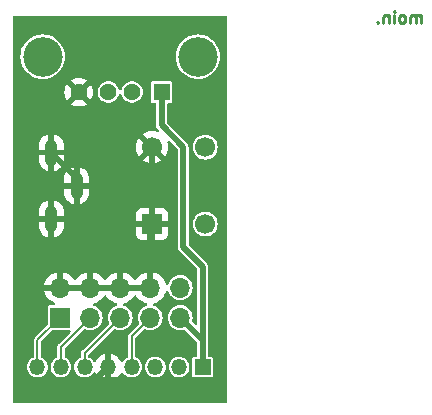
<source format=gbr>
%TF.GenerationSoftware,KiCad,Pcbnew,7.0.7*%
%TF.CreationDate,2023-09-15T20:16:18+02:00*%
%TF.ProjectId,DreameBreakout,44726561-6d65-4427-9265-616b6f75742e,rev?*%
%TF.SameCoordinates,Original*%
%TF.FileFunction,Copper,L2,Bot*%
%TF.FilePolarity,Positive*%
%FSLAX45Y45*%
G04 Gerber Fmt 4.5, Leading zero omitted, Abs format (unit mm)*
G04 Created by KiCad (PCBNEW 7.0.7) date 2023-09-15 20:16:18*
%MOMM*%
%LPD*%
G01*
G04 APERTURE LIST*
%TA.AperFunction,Profile*%
%ADD10C,0.100000*%
%TD*%
%ADD11C,0.250000*%
%TA.AperFunction,NonConductor*%
%ADD12C,0.250000*%
%TD*%
%TA.AperFunction,ComponentPad*%
%ADD13R,1.700000X1.700000*%
%TD*%
%TA.AperFunction,ComponentPad*%
%ADD14O,1.700000X1.700000*%
%TD*%
%TA.AperFunction,ComponentPad*%
%ADD15R,1.428000X1.428000*%
%TD*%
%TA.AperFunction,ComponentPad*%
%ADD16C,1.428000*%
%TD*%
%TA.AperFunction,ComponentPad*%
%ADD17C,3.346000*%
%TD*%
%TA.AperFunction,ComponentPad*%
%ADD18R,1.350000X1.350000*%
%TD*%
%TA.AperFunction,ComponentPad*%
%ADD19O,1.350000X1.350000*%
%TD*%
%TA.AperFunction,ComponentPad*%
%ADD20O,1.100000X2.200000*%
%TD*%
%TA.AperFunction,ComponentPad*%
%ADD21C,1.700000*%
%TD*%
%TA.AperFunction,ViaPad*%
%ADD22C,1.000000*%
%TD*%
%TA.AperFunction,Conductor*%
%ADD23C,0.500000*%
%TD*%
%TA.AperFunction,Conductor*%
%ADD24C,0.200000*%
%TD*%
G04 APERTURE END LIST*
D10*
X5000000Y-4065500D02*
X6800000Y-4065500D01*
X6800000Y-7332600D01*
X5000000Y-7332600D01*
X5000000Y-4065500D01*
D11*
D12*
X8448652Y-4121662D02*
X8448652Y-4054995D01*
X8448652Y-4064519D02*
X8443890Y-4059757D01*
X8443890Y-4059757D02*
X8434367Y-4054995D01*
X8434367Y-4054995D02*
X8420081Y-4054995D01*
X8420081Y-4054995D02*
X8410557Y-4059757D01*
X8410557Y-4059757D02*
X8405795Y-4069281D01*
X8405795Y-4069281D02*
X8405795Y-4121662D01*
X8405795Y-4069281D02*
X8401033Y-4059757D01*
X8401033Y-4059757D02*
X8391509Y-4054995D01*
X8391509Y-4054995D02*
X8377224Y-4054995D01*
X8377224Y-4054995D02*
X8367700Y-4059757D01*
X8367700Y-4059757D02*
X8362938Y-4069281D01*
X8362938Y-4069281D02*
X8362938Y-4121662D01*
X8301033Y-4121662D02*
X8310557Y-4116900D01*
X8310557Y-4116900D02*
X8315319Y-4112138D01*
X8315319Y-4112138D02*
X8320081Y-4102614D01*
X8320081Y-4102614D02*
X8320081Y-4074043D01*
X8320081Y-4074043D02*
X8315319Y-4064519D01*
X8315319Y-4064519D02*
X8310557Y-4059757D01*
X8310557Y-4059757D02*
X8301033Y-4054995D01*
X8301033Y-4054995D02*
X8286747Y-4054995D01*
X8286747Y-4054995D02*
X8277224Y-4059757D01*
X8277224Y-4059757D02*
X8272462Y-4064519D01*
X8272462Y-4064519D02*
X8267700Y-4074043D01*
X8267700Y-4074043D02*
X8267700Y-4102614D01*
X8267700Y-4102614D02*
X8272462Y-4112138D01*
X8272462Y-4112138D02*
X8277224Y-4116900D01*
X8277224Y-4116900D02*
X8286747Y-4121662D01*
X8286747Y-4121662D02*
X8301033Y-4121662D01*
X8224843Y-4121662D02*
X8224843Y-4054995D01*
X8224843Y-4021662D02*
X8229605Y-4026424D01*
X8229605Y-4026424D02*
X8224843Y-4031186D01*
X8224843Y-4031186D02*
X8220081Y-4026424D01*
X8220081Y-4026424D02*
X8224843Y-4021662D01*
X8224843Y-4021662D02*
X8224843Y-4031186D01*
X8177224Y-4054995D02*
X8177224Y-4121662D01*
X8177224Y-4064519D02*
X8172462Y-4059757D01*
X8172462Y-4059757D02*
X8162938Y-4054995D01*
X8162938Y-4054995D02*
X8148652Y-4054995D01*
X8148652Y-4054995D02*
X8139128Y-4059757D01*
X8139128Y-4059757D02*
X8134367Y-4069281D01*
X8134367Y-4069281D02*
X8134367Y-4121662D01*
X8086747Y-4112138D02*
X8081986Y-4116900D01*
X8081986Y-4116900D02*
X8086747Y-4121662D01*
X8086747Y-4121662D02*
X8091509Y-4116900D01*
X8091509Y-4116900D02*
X8086747Y-4112138D01*
X8086747Y-4112138D02*
X8086747Y-4121662D01*
D13*
X5397500Y-6616700D03*
D14*
X5397500Y-6362700D03*
X5651500Y-6616700D03*
X5651500Y-6362700D03*
X5905500Y-6616700D03*
X5905500Y-6362700D03*
X6159500Y-6616700D03*
X6159500Y-6362700D03*
X6413500Y-6616700D03*
X6413500Y-6362700D03*
D15*
X6255500Y-4706900D03*
D16*
X6005500Y-4706900D03*
X5805500Y-4706900D03*
X5555500Y-4706900D03*
D17*
X6562500Y-4406900D03*
X5248500Y-4406900D03*
D18*
X6603900Y-7035800D03*
D19*
X6403900Y-7035800D03*
X6203900Y-7035800D03*
X6003900Y-7035800D03*
X5803900Y-7035800D03*
X5603900Y-7035800D03*
X5403900Y-7035800D03*
X5203900Y-7035800D03*
D20*
X5322200Y-5779100D03*
X5322200Y-5219100D03*
X5537200Y-5499100D03*
D13*
X6175800Y-5824100D03*
D21*
X6175800Y-5174100D03*
X6625800Y-5824100D03*
X6625800Y-5174100D03*
D22*
X6625000Y-4775000D03*
X6537790Y-5984410D03*
X6718300Y-6045200D03*
D23*
X6603900Y-6184800D02*
X6603900Y-6807100D01*
X6603900Y-7035800D02*
X6603900Y-6807100D01*
X6603900Y-6807100D02*
X6413500Y-6616700D01*
X6438900Y-5171048D02*
X6438900Y-6019800D01*
X6438900Y-6019800D02*
X6603900Y-6184800D01*
X6255500Y-4706900D02*
X6255500Y-4987648D01*
X6255500Y-4987648D02*
X6438900Y-5171048D01*
D24*
X5603900Y-6918300D02*
X5603900Y-7035800D01*
X5905500Y-6616700D02*
X5603900Y-6918300D01*
X5403900Y-6864300D02*
X5403900Y-7035800D01*
X5651500Y-6616700D02*
X5403900Y-6864300D01*
X5203900Y-6810300D02*
X5203900Y-7035800D01*
X5397500Y-6616700D02*
X5203900Y-6810300D01*
X6159500Y-6616700D02*
X6003900Y-6772300D01*
X6003900Y-6772300D02*
X6003900Y-7035800D01*
D23*
X5691400Y-7148300D02*
X5103600Y-7148300D01*
X5080000Y-7124700D02*
X5080000Y-6413500D01*
X6718300Y-7146400D02*
X6718300Y-6045200D01*
X6755800Y-6007700D02*
X6755800Y-4974400D01*
X5080000Y-6413500D02*
X5130800Y-6362700D01*
X5103600Y-7148300D02*
X5080000Y-7124700D01*
X5130800Y-6362700D02*
X5397500Y-6362700D01*
X6755800Y-4905800D02*
X6625000Y-4775000D01*
X5691400Y-7148300D02*
X6453400Y-7148300D01*
X6159500Y-6362700D02*
X5397500Y-6362700D01*
X5537200Y-5499100D02*
X5537200Y-5434100D01*
X6159500Y-6362700D02*
X6159500Y-5840400D01*
X6464300Y-7137400D02*
X6475200Y-7148300D01*
X5803900Y-7035800D02*
X5691400Y-7148300D01*
X6718300Y-6045200D02*
X6598580Y-6045200D01*
X6716400Y-7148300D02*
X6718300Y-7146400D01*
X5537200Y-5434100D02*
X5322200Y-5219100D01*
X6453400Y-7148300D02*
X6464300Y-7137400D01*
X6755800Y-4974400D02*
X6755800Y-4905800D01*
X6175800Y-5174100D02*
X6175800Y-5824100D01*
X5322200Y-5219100D02*
X5322200Y-5779100D01*
X6598580Y-6045200D02*
X6537790Y-5984410D01*
X6475200Y-7148300D02*
X6716400Y-7148300D01*
X6159500Y-5840400D02*
X6175800Y-5824100D01*
X6718300Y-6045200D02*
X6755800Y-6007700D01*
%TA.AperFunction,Conductor*%
G36*
X6040985Y-6429267D02*
G01*
X6042657Y-6431197D01*
X6055689Y-6449808D01*
X6072392Y-6466510D01*
X6091742Y-6480060D01*
X6113151Y-6490043D01*
X6113152Y-6490043D01*
X6125365Y-6493316D01*
X6131331Y-6496952D01*
X6134384Y-6503237D01*
X6133554Y-6510174D01*
X6129106Y-6515562D01*
X6125755Y-6517159D01*
X6119105Y-6519177D01*
X6110311Y-6523877D01*
X6100855Y-6528931D01*
X6100855Y-6528932D01*
X6100855Y-6528932D01*
X6084859Y-6542059D01*
X6071732Y-6558055D01*
X6061977Y-6576304D01*
X6055970Y-6596107D01*
X6053942Y-6616700D01*
X6055970Y-6637293D01*
X6061977Y-6657096D01*
X6062738Y-6658519D01*
X6064162Y-6665360D01*
X6061662Y-6671884D01*
X6060570Y-6673133D01*
X5987095Y-6746608D01*
X5986446Y-6747172D01*
X5985477Y-6747904D01*
X5982256Y-6751437D01*
X5982058Y-6751644D01*
X5980683Y-6753020D01*
X5980682Y-6753021D01*
X5980531Y-6753242D01*
X5979998Y-6753915D01*
X5977908Y-6756207D01*
X5977908Y-6756207D01*
X5977658Y-6756853D01*
X5976326Y-6759380D01*
X5975934Y-6759951D01*
X5975934Y-6759952D01*
X5975224Y-6762970D01*
X5974970Y-6763791D01*
X5973850Y-6766683D01*
X5973850Y-6767375D01*
X5973521Y-6770214D01*
X5973362Y-6770888D01*
X5973362Y-6770888D01*
X5973790Y-6773959D01*
X5973850Y-6774816D01*
X5973850Y-6945291D01*
X5971881Y-6951995D01*
X5966601Y-6956570D01*
X5966493Y-6956619D01*
X5959884Y-6959562D01*
X5944995Y-6970379D01*
X5944995Y-6970379D01*
X5932680Y-6984056D01*
X5932680Y-6984056D01*
X5931724Y-6985713D01*
X5926667Y-6990534D01*
X5919806Y-6991856D01*
X5913320Y-6989259D01*
X5909885Y-6985040D01*
X5904228Y-6973679D01*
X5891105Y-6956301D01*
X5875013Y-6941631D01*
X5856499Y-6930168D01*
X5856498Y-6930168D01*
X5836193Y-6922301D01*
X5836192Y-6922301D01*
X5828900Y-6920938D01*
X5828900Y-6920938D01*
X5828900Y-6984742D01*
X5826931Y-6991446D01*
X5821651Y-6996022D01*
X5814735Y-6997016D01*
X5814560Y-6996990D01*
X5807049Y-6995800D01*
X5807048Y-6995800D01*
X5800752Y-6995800D01*
X5800751Y-6995800D01*
X5793240Y-6996990D01*
X5786310Y-6996094D01*
X5780965Y-6991595D01*
X5778901Y-6984919D01*
X5778900Y-6984742D01*
X5778900Y-6920938D01*
X5778900Y-6920938D01*
X5771608Y-6922301D01*
X5771607Y-6922301D01*
X5751301Y-6930168D01*
X5751301Y-6930168D01*
X5732787Y-6941631D01*
X5732787Y-6941631D01*
X5716694Y-6956301D01*
X5703571Y-6973679D01*
X5697915Y-6985040D01*
X5693164Y-6990163D01*
X5686398Y-6991905D01*
X5679764Y-6989713D01*
X5676076Y-6985712D01*
X5675119Y-6984056D01*
X5662805Y-6970379D01*
X5662805Y-6970379D01*
X5647916Y-6959562D01*
X5647916Y-6959562D01*
X5647916Y-6959562D01*
X5641306Y-6956619D01*
X5635983Y-6952094D01*
X5633950Y-6945409D01*
X5633950Y-6945291D01*
X5633950Y-6942554D01*
X5633950Y-6935883D01*
X5635918Y-6929179D01*
X5637581Y-6927116D01*
X5849067Y-6715630D01*
X5855199Y-6712281D01*
X5862169Y-6712780D01*
X5863680Y-6713462D01*
X5864549Y-6713926D01*
X5865105Y-6714223D01*
X5884907Y-6720230D01*
X5884906Y-6720230D01*
X5886753Y-6720412D01*
X5905500Y-6722258D01*
X5926093Y-6720230D01*
X5945895Y-6714223D01*
X5964145Y-6704468D01*
X5980141Y-6691341D01*
X5993268Y-6675345D01*
X6003023Y-6657095D01*
X6009030Y-6637293D01*
X6011058Y-6616700D01*
X6009030Y-6596107D01*
X6003023Y-6576305D01*
X5993268Y-6558055D01*
X5988070Y-6551721D01*
X5980141Y-6542059D01*
X5965112Y-6529725D01*
X5964145Y-6528931D01*
X5945895Y-6519177D01*
X5939245Y-6517159D01*
X5933401Y-6513330D01*
X5930555Y-6506948D01*
X5931611Y-6500042D01*
X5936234Y-6494802D01*
X5939635Y-6493316D01*
X5951848Y-6490043D01*
X5951849Y-6490043D01*
X5973258Y-6480060D01*
X5992608Y-6466510D01*
X6009310Y-6449808D01*
X6022342Y-6431197D01*
X6027800Y-6426834D01*
X6034750Y-6426115D01*
X6040985Y-6429267D01*
G37*
%TD.AperFunction*%
%TA.AperFunction,Conductor*%
G36*
X5596869Y-6339668D02*
G01*
X5601445Y-6344949D01*
X5602439Y-6351865D01*
X5602063Y-6353593D01*
X5601500Y-6355511D01*
X5601500Y-6369889D01*
X5602063Y-6371807D01*
X5602063Y-6378794D01*
X5598285Y-6384671D01*
X5591930Y-6387574D01*
X5590165Y-6387700D01*
X5458835Y-6387700D01*
X5452131Y-6385731D01*
X5447555Y-6380451D01*
X5446561Y-6373535D01*
X5446937Y-6371807D01*
X5447500Y-6369889D01*
X5447500Y-6355511D01*
X5446937Y-6353593D01*
X5446937Y-6346606D01*
X5450715Y-6340729D01*
X5457070Y-6337826D01*
X5458835Y-6337700D01*
X5590165Y-6337700D01*
X5596869Y-6339668D01*
G37*
%TD.AperFunction*%
%TA.AperFunction,Conductor*%
G36*
X5850869Y-6339668D02*
G01*
X5855445Y-6344949D01*
X5856439Y-6351865D01*
X5856063Y-6353593D01*
X5855500Y-6355511D01*
X5855500Y-6369889D01*
X5856063Y-6371807D01*
X5856063Y-6378794D01*
X5852285Y-6384671D01*
X5845930Y-6387574D01*
X5844165Y-6387700D01*
X5712835Y-6387700D01*
X5706131Y-6385731D01*
X5701555Y-6380451D01*
X5700561Y-6373535D01*
X5700937Y-6371807D01*
X5701500Y-6369889D01*
X5701500Y-6355511D01*
X5700937Y-6353593D01*
X5700937Y-6346606D01*
X5704714Y-6340729D01*
X5711070Y-6337826D01*
X5712835Y-6337700D01*
X5844165Y-6337700D01*
X5850869Y-6339668D01*
G37*
%TD.AperFunction*%
%TA.AperFunction,Conductor*%
G36*
X6104869Y-6339668D02*
G01*
X6109445Y-6344949D01*
X6110439Y-6351865D01*
X6110063Y-6353593D01*
X6109500Y-6355511D01*
X6109500Y-6369889D01*
X6110063Y-6371807D01*
X6110063Y-6378794D01*
X6106285Y-6384671D01*
X6099930Y-6387574D01*
X6098165Y-6387700D01*
X5966835Y-6387700D01*
X5960131Y-6385731D01*
X5955555Y-6380451D01*
X5954561Y-6373535D01*
X5954937Y-6371807D01*
X5955500Y-6369889D01*
X5955500Y-6355511D01*
X5954937Y-6353593D01*
X5954937Y-6346606D01*
X5958714Y-6340729D01*
X5965070Y-6337826D01*
X5966835Y-6337700D01*
X6098165Y-6337700D01*
X6104869Y-6339668D01*
G37*
%TD.AperFunction*%
%TA.AperFunction,Conductor*%
G36*
X6794254Y-4067518D02*
G01*
X6798829Y-4072799D01*
X6799950Y-4077950D01*
X6799950Y-7317617D01*
X6797981Y-7324321D01*
X6792701Y-7328896D01*
X6787567Y-7330017D01*
X5012467Y-7332483D01*
X5005761Y-7330523D01*
X5001178Y-7325249D01*
X5000050Y-7320083D01*
X5000050Y-7035800D01*
X5115868Y-7035800D01*
X5117792Y-7054103D01*
X5117792Y-7054103D01*
X5123478Y-7071605D01*
X5123479Y-7071606D01*
X5132681Y-7087544D01*
X5142024Y-7097921D01*
X5144995Y-7101221D01*
X5144995Y-7101221D01*
X5159883Y-7112038D01*
X5159884Y-7112038D01*
X5159884Y-7112038D01*
X5172725Y-7117755D01*
X5176696Y-7119523D01*
X5176697Y-7119524D01*
X5194698Y-7123350D01*
X5213102Y-7123350D01*
X5231103Y-7119524D01*
X5247916Y-7112038D01*
X5262805Y-7101221D01*
X5275120Y-7087544D01*
X5284321Y-7071606D01*
X5290009Y-7054103D01*
X5291568Y-7039265D01*
X5292986Y-7035818D01*
X5291702Y-7033269D01*
X5291568Y-7032334D01*
X5291482Y-7031514D01*
X5290009Y-7017497D01*
X5286306Y-7006102D01*
X5284322Y-6999995D01*
X5284321Y-6999994D01*
X5282587Y-6996990D01*
X5275120Y-6984056D01*
X5262805Y-6970379D01*
X5262805Y-6970379D01*
X5247916Y-6959562D01*
X5241306Y-6956619D01*
X5235983Y-6952094D01*
X5233951Y-6945409D01*
X5233950Y-6945291D01*
X5233950Y-6827883D01*
X5235919Y-6821179D01*
X5237581Y-6819116D01*
X5331315Y-6725382D01*
X5337448Y-6722033D01*
X5340083Y-6721750D01*
X5474017Y-6721750D01*
X5480721Y-6723718D01*
X5485296Y-6728999D01*
X5486290Y-6735915D01*
X5483388Y-6742270D01*
X5482785Y-6742918D01*
X5387095Y-6838608D01*
X5386446Y-6839172D01*
X5385477Y-6839904D01*
X5382256Y-6843437D01*
X5382059Y-6843644D01*
X5380683Y-6845020D01*
X5380682Y-6845021D01*
X5380531Y-6845242D01*
X5379998Y-6845915D01*
X5377908Y-6848207D01*
X5377908Y-6848207D01*
X5377658Y-6848853D01*
X5376326Y-6851380D01*
X5375935Y-6851951D01*
X5375934Y-6851952D01*
X5375224Y-6854970D01*
X5374970Y-6855791D01*
X5373850Y-6858683D01*
X5373850Y-6859375D01*
X5373521Y-6862214D01*
X5373362Y-6862888D01*
X5373362Y-6862888D01*
X5373791Y-6865959D01*
X5373850Y-6866817D01*
X5373850Y-6945291D01*
X5371882Y-6951995D01*
X5366601Y-6956570D01*
X5366494Y-6956619D01*
X5359884Y-6959562D01*
X5344995Y-6970379D01*
X5344995Y-6970379D01*
X5332680Y-6984056D01*
X5323479Y-6999994D01*
X5323478Y-6999995D01*
X5317792Y-7017497D01*
X5317792Y-7017497D01*
X5317183Y-7023285D01*
X5316232Y-7032334D01*
X5314814Y-7035781D01*
X5316098Y-7038331D01*
X5316232Y-7039265D01*
X5317792Y-7054103D01*
X5317792Y-7054103D01*
X5323478Y-7071605D01*
X5323479Y-7071606D01*
X5332681Y-7087544D01*
X5342024Y-7097921D01*
X5344995Y-7101221D01*
X5344995Y-7101221D01*
X5359883Y-7112038D01*
X5359884Y-7112038D01*
X5359884Y-7112038D01*
X5372725Y-7117755D01*
X5376696Y-7119523D01*
X5376697Y-7119524D01*
X5394698Y-7123350D01*
X5413102Y-7123350D01*
X5431103Y-7119524D01*
X5447916Y-7112038D01*
X5462805Y-7101221D01*
X5475120Y-7087544D01*
X5484321Y-7071606D01*
X5490009Y-7054103D01*
X5491568Y-7039265D01*
X5492986Y-7035818D01*
X5491702Y-7033269D01*
X5491568Y-7032334D01*
X5491482Y-7031514D01*
X5490009Y-7017497D01*
X5486306Y-7006102D01*
X5484322Y-6999995D01*
X5484321Y-6999994D01*
X5482587Y-6996990D01*
X5475120Y-6984056D01*
X5462805Y-6970379D01*
X5462805Y-6970379D01*
X5447916Y-6959562D01*
X5441306Y-6956619D01*
X5435983Y-6952094D01*
X5433951Y-6945409D01*
X5433950Y-6945291D01*
X5433950Y-6881883D01*
X5435919Y-6875179D01*
X5437581Y-6873116D01*
X5595067Y-6715630D01*
X5601199Y-6712281D01*
X5608169Y-6712780D01*
X5609680Y-6713462D01*
X5610549Y-6713926D01*
X5611105Y-6714223D01*
X5630907Y-6720230D01*
X5630906Y-6720230D01*
X5632935Y-6720430D01*
X5651500Y-6722258D01*
X5672093Y-6720230D01*
X5691895Y-6714223D01*
X5710145Y-6704468D01*
X5726141Y-6691341D01*
X5739268Y-6675345D01*
X5749023Y-6657095D01*
X5755030Y-6637293D01*
X5757058Y-6616700D01*
X5755030Y-6596107D01*
X5749023Y-6576305D01*
X5739268Y-6558055D01*
X5734070Y-6551721D01*
X5726141Y-6542059D01*
X5711112Y-6529725D01*
X5710145Y-6528931D01*
X5691895Y-6519177D01*
X5685245Y-6517159D01*
X5679401Y-6513330D01*
X5676555Y-6506948D01*
X5677611Y-6500042D01*
X5682234Y-6494802D01*
X5685635Y-6493316D01*
X5697848Y-6490043D01*
X5697849Y-6490043D01*
X5719258Y-6480060D01*
X5738608Y-6466510D01*
X5755310Y-6449808D01*
X5768342Y-6431197D01*
X5773800Y-6426834D01*
X5780750Y-6426115D01*
X5786985Y-6429267D01*
X5788657Y-6431197D01*
X5801689Y-6449808D01*
X5818392Y-6466510D01*
X5837742Y-6480060D01*
X5859151Y-6490043D01*
X5859152Y-6490043D01*
X5871365Y-6493316D01*
X5877331Y-6496952D01*
X5880384Y-6503237D01*
X5879554Y-6510174D01*
X5875106Y-6515562D01*
X5871755Y-6517159D01*
X5865105Y-6519177D01*
X5856311Y-6523877D01*
X5846855Y-6528931D01*
X5846855Y-6528932D01*
X5846855Y-6528932D01*
X5830859Y-6542059D01*
X5817732Y-6558055D01*
X5807977Y-6576304D01*
X5801970Y-6596107D01*
X5799942Y-6616700D01*
X5801970Y-6637293D01*
X5807977Y-6657096D01*
X5808738Y-6658519D01*
X5810162Y-6665360D01*
X5807662Y-6671884D01*
X5806570Y-6673133D01*
X5587095Y-6892608D01*
X5586446Y-6893172D01*
X5585477Y-6893904D01*
X5582256Y-6897437D01*
X5582059Y-6897644D01*
X5580683Y-6899020D01*
X5580682Y-6899021D01*
X5580531Y-6899242D01*
X5579998Y-6899915D01*
X5577908Y-6902207D01*
X5577908Y-6902207D01*
X5577658Y-6902853D01*
X5576326Y-6905380D01*
X5575935Y-6905951D01*
X5575934Y-6905952D01*
X5575224Y-6908970D01*
X5574970Y-6909791D01*
X5573850Y-6912683D01*
X5573850Y-6913375D01*
X5573521Y-6916214D01*
X5573362Y-6916888D01*
X5573362Y-6916888D01*
X5573790Y-6919959D01*
X5573850Y-6920817D01*
X5573850Y-6945291D01*
X5571882Y-6951995D01*
X5566601Y-6956570D01*
X5566494Y-6956619D01*
X5559884Y-6959562D01*
X5544995Y-6970379D01*
X5544995Y-6970379D01*
X5532680Y-6984056D01*
X5523479Y-6999994D01*
X5523478Y-6999995D01*
X5517792Y-7017497D01*
X5517792Y-7017497D01*
X5517183Y-7023285D01*
X5516232Y-7032334D01*
X5514814Y-7035781D01*
X5516098Y-7038331D01*
X5516232Y-7039265D01*
X5517792Y-7054103D01*
X5517792Y-7054103D01*
X5523478Y-7071605D01*
X5523479Y-7071606D01*
X5532681Y-7087544D01*
X5542024Y-7097921D01*
X5544995Y-7101221D01*
X5544995Y-7101221D01*
X5559883Y-7112038D01*
X5559884Y-7112038D01*
X5559884Y-7112038D01*
X5572725Y-7117755D01*
X5576696Y-7119523D01*
X5576697Y-7119524D01*
X5594698Y-7123350D01*
X5613102Y-7123350D01*
X5631103Y-7119524D01*
X5647916Y-7112038D01*
X5662805Y-7101221D01*
X5675119Y-7087544D01*
X5676076Y-7085887D01*
X5681132Y-7081066D01*
X5687993Y-7079743D01*
X5694479Y-7082340D01*
X5697915Y-7086560D01*
X5703571Y-7097921D01*
X5716694Y-7115298D01*
X5732787Y-7129968D01*
X5751301Y-7141432D01*
X5751302Y-7141433D01*
X5771606Y-7149298D01*
X5778900Y-7150662D01*
X5778900Y-7086857D01*
X5780868Y-7080154D01*
X5786149Y-7075578D01*
X5793065Y-7074584D01*
X5793233Y-7074609D01*
X5796470Y-7075122D01*
X5800751Y-7075800D01*
X5800752Y-7075800D01*
X5807048Y-7075800D01*
X5811330Y-7075122D01*
X5814560Y-7074610D01*
X5821489Y-7075506D01*
X5826835Y-7080005D01*
X5828899Y-7086680D01*
X5828900Y-7086857D01*
X5828900Y-7150662D01*
X5836194Y-7149298D01*
X5856498Y-7141433D01*
X5856499Y-7141432D01*
X5875013Y-7129968D01*
X5875013Y-7129968D01*
X5891105Y-7115298D01*
X5904228Y-7097921D01*
X5909885Y-7086560D01*
X5914635Y-7081437D01*
X5921402Y-7079694D01*
X5928036Y-7081887D01*
X5931724Y-7085887D01*
X5932680Y-7087544D01*
X5944995Y-7101221D01*
X5944995Y-7101221D01*
X5959883Y-7112038D01*
X5959883Y-7112038D01*
X5959884Y-7112038D01*
X5972725Y-7117755D01*
X5976696Y-7119523D01*
X5976697Y-7119524D01*
X5994698Y-7123350D01*
X6013102Y-7123350D01*
X6031103Y-7119524D01*
X6047916Y-7112038D01*
X6062805Y-7101221D01*
X6075119Y-7087544D01*
X6084321Y-7071606D01*
X6090008Y-7054103D01*
X6091568Y-7039265D01*
X6092986Y-7035818D01*
X6092968Y-7035781D01*
X6114814Y-7035781D01*
X6116098Y-7038331D01*
X6116232Y-7039265D01*
X6117791Y-7054103D01*
X6117792Y-7054103D01*
X6123478Y-7071605D01*
X6123479Y-7071606D01*
X6132680Y-7087544D01*
X6142024Y-7097921D01*
X6144995Y-7101221D01*
X6144995Y-7101221D01*
X6159883Y-7112038D01*
X6159883Y-7112038D01*
X6159884Y-7112038D01*
X6172725Y-7117755D01*
X6176696Y-7119523D01*
X6176697Y-7119524D01*
X6194698Y-7123350D01*
X6213102Y-7123350D01*
X6231103Y-7119524D01*
X6247916Y-7112038D01*
X6262805Y-7101221D01*
X6275119Y-7087544D01*
X6284321Y-7071606D01*
X6290008Y-7054103D01*
X6291568Y-7039265D01*
X6292986Y-7035818D01*
X6292968Y-7035781D01*
X6314814Y-7035781D01*
X6316098Y-7038331D01*
X6316232Y-7039265D01*
X6317791Y-7054103D01*
X6317792Y-7054103D01*
X6323478Y-7071605D01*
X6323479Y-7071606D01*
X6332680Y-7087544D01*
X6342024Y-7097921D01*
X6344995Y-7101221D01*
X6344995Y-7101221D01*
X6359883Y-7112038D01*
X6359883Y-7112038D01*
X6359884Y-7112038D01*
X6372725Y-7117755D01*
X6376696Y-7119523D01*
X6376697Y-7119524D01*
X6394698Y-7123350D01*
X6413102Y-7123350D01*
X6431103Y-7119524D01*
X6447916Y-7112038D01*
X6462805Y-7101221D01*
X6475119Y-7087544D01*
X6484321Y-7071606D01*
X6490008Y-7054103D01*
X6491618Y-7038790D01*
X6492736Y-7036072D01*
X6492052Y-7035007D01*
X6491618Y-7032810D01*
X6491482Y-7031514D01*
X6490008Y-7017497D01*
X6486306Y-7006102D01*
X6484322Y-6999995D01*
X6484321Y-6999994D01*
X6482587Y-6996990D01*
X6475119Y-6984056D01*
X6462805Y-6970379D01*
X6462805Y-6970379D01*
X6447916Y-6959562D01*
X6447916Y-6959562D01*
X6447916Y-6959562D01*
X6440593Y-6956301D01*
X6431104Y-6952076D01*
X6431103Y-6952076D01*
X6413102Y-6948250D01*
X6394698Y-6948250D01*
X6376697Y-6952076D01*
X6376696Y-6952076D01*
X6359884Y-6959562D01*
X6359883Y-6959562D01*
X6344995Y-6970379D01*
X6344995Y-6970379D01*
X6332680Y-6984056D01*
X6323479Y-6999994D01*
X6323478Y-6999995D01*
X6317792Y-7017497D01*
X6317791Y-7017497D01*
X6317183Y-7023285D01*
X6316232Y-7032334D01*
X6314814Y-7035781D01*
X6292968Y-7035781D01*
X6291702Y-7033269D01*
X6291568Y-7032334D01*
X6291482Y-7031514D01*
X6290008Y-7017497D01*
X6286306Y-7006102D01*
X6284322Y-6999995D01*
X6284321Y-6999994D01*
X6282587Y-6996990D01*
X6275119Y-6984056D01*
X6262805Y-6970379D01*
X6262805Y-6970379D01*
X6247916Y-6959562D01*
X6247916Y-6959562D01*
X6247916Y-6959562D01*
X6240593Y-6956301D01*
X6231104Y-6952076D01*
X6231103Y-6952076D01*
X6213102Y-6948250D01*
X6194698Y-6948250D01*
X6176697Y-6952076D01*
X6176696Y-6952076D01*
X6159884Y-6959562D01*
X6159883Y-6959562D01*
X6144995Y-6970379D01*
X6144995Y-6970379D01*
X6132680Y-6984056D01*
X6123479Y-6999994D01*
X6123478Y-6999995D01*
X6117792Y-7017497D01*
X6117791Y-7017497D01*
X6117183Y-7023285D01*
X6116232Y-7032334D01*
X6114814Y-7035781D01*
X6092968Y-7035781D01*
X6091702Y-7033269D01*
X6091568Y-7032334D01*
X6091482Y-7031514D01*
X6090008Y-7017497D01*
X6086306Y-7006102D01*
X6084322Y-6999995D01*
X6084321Y-6999994D01*
X6082587Y-6996990D01*
X6075119Y-6984056D01*
X6062805Y-6970379D01*
X6062805Y-6970379D01*
X6047916Y-6959562D01*
X6041306Y-6956619D01*
X6035983Y-6952094D01*
X6033951Y-6945409D01*
X6033950Y-6945291D01*
X6033950Y-6789883D01*
X6035918Y-6783179D01*
X6037581Y-6781115D01*
X6103067Y-6715630D01*
X6109199Y-6712281D01*
X6116169Y-6712780D01*
X6117680Y-6713462D01*
X6119105Y-6714223D01*
X6138907Y-6720230D01*
X6138906Y-6720230D01*
X6140753Y-6720412D01*
X6159500Y-6722258D01*
X6180093Y-6720230D01*
X6199895Y-6714223D01*
X6218145Y-6704468D01*
X6234141Y-6691341D01*
X6247268Y-6675345D01*
X6257023Y-6657095D01*
X6263030Y-6637293D01*
X6265058Y-6616700D01*
X6263030Y-6596107D01*
X6257023Y-6576305D01*
X6247268Y-6558055D01*
X6242070Y-6551721D01*
X6234141Y-6542059D01*
X6219112Y-6529725D01*
X6218145Y-6528931D01*
X6199895Y-6519177D01*
X6193245Y-6517159D01*
X6187401Y-6513330D01*
X6184555Y-6506948D01*
X6185611Y-6500042D01*
X6190234Y-6494802D01*
X6193635Y-6493316D01*
X6205848Y-6490043D01*
X6205849Y-6490043D01*
X6227258Y-6480060D01*
X6246608Y-6466510D01*
X6263310Y-6449808D01*
X6276860Y-6430458D01*
X6286843Y-6409049D01*
X6286843Y-6409048D01*
X6290116Y-6396835D01*
X6293752Y-6390869D01*
X6300037Y-6387816D01*
X6306974Y-6388645D01*
X6312362Y-6393094D01*
X6313959Y-6396445D01*
X6315977Y-6403095D01*
X6325731Y-6421345D01*
X6325732Y-6421345D01*
X6338859Y-6437341D01*
X6348521Y-6445270D01*
X6354855Y-6450468D01*
X6373105Y-6460223D01*
X6392907Y-6466230D01*
X6392906Y-6466230D01*
X6394753Y-6466412D01*
X6413500Y-6468258D01*
X6434093Y-6466230D01*
X6453895Y-6460223D01*
X6472145Y-6450468D01*
X6488141Y-6437341D01*
X6501268Y-6421345D01*
X6511023Y-6403095D01*
X6517030Y-6383293D01*
X6519058Y-6362700D01*
X6517030Y-6342107D01*
X6511023Y-6322305D01*
X6501268Y-6304055D01*
X6493183Y-6294203D01*
X6488141Y-6288059D01*
X6476368Y-6278397D01*
X6472145Y-6274931D01*
X6453895Y-6265177D01*
X6434093Y-6259170D01*
X6434093Y-6259170D01*
X6434093Y-6259170D01*
X6413500Y-6257142D01*
X6392907Y-6259170D01*
X6373104Y-6265177D01*
X6362090Y-6271064D01*
X6354855Y-6274931D01*
X6354855Y-6274932D01*
X6354855Y-6274932D01*
X6338859Y-6288059D01*
X6325732Y-6304055D01*
X6325731Y-6304055D01*
X6323530Y-6308174D01*
X6315977Y-6322305D01*
X6313959Y-6328955D01*
X6310130Y-6334799D01*
X6303748Y-6337645D01*
X6296842Y-6336589D01*
X6291602Y-6331966D01*
X6290116Y-6328565D01*
X6286843Y-6316352D01*
X6286843Y-6316351D01*
X6276860Y-6294942D01*
X6276860Y-6294942D01*
X6263311Y-6275593D01*
X6263311Y-6275592D01*
X6246608Y-6258889D01*
X6227258Y-6245340D01*
X6205849Y-6235357D01*
X6205849Y-6235357D01*
X6184500Y-6229636D01*
X6184500Y-6301470D01*
X6182531Y-6308174D01*
X6177251Y-6312749D01*
X6170335Y-6313744D01*
X6163077Y-6312700D01*
X6163076Y-6312700D01*
X6155924Y-6312700D01*
X6155923Y-6312700D01*
X6148664Y-6313744D01*
X6141749Y-6312749D01*
X6136468Y-6308174D01*
X6134500Y-6301470D01*
X6134500Y-6229636D01*
X6113151Y-6235357D01*
X6113151Y-6235357D01*
X6091742Y-6245340D01*
X6091742Y-6245340D01*
X6072393Y-6258889D01*
X6072392Y-6258889D01*
X6055689Y-6275592D01*
X6055689Y-6275592D01*
X6042657Y-6294203D01*
X6037200Y-6298565D01*
X6030250Y-6299285D01*
X6024014Y-6296133D01*
X6022342Y-6294203D01*
X6009311Y-6275592D01*
X6009311Y-6275592D01*
X5992608Y-6258889D01*
X5973258Y-6245340D01*
X5951849Y-6235357D01*
X5951849Y-6235357D01*
X5930500Y-6229636D01*
X5930500Y-6229636D01*
X5930500Y-6301470D01*
X5928531Y-6308174D01*
X5923251Y-6312749D01*
X5916335Y-6313744D01*
X5909076Y-6312700D01*
X5909076Y-6312700D01*
X5901924Y-6312700D01*
X5901923Y-6312700D01*
X5894664Y-6313744D01*
X5887749Y-6312749D01*
X5882468Y-6308174D01*
X5880500Y-6301470D01*
X5880500Y-6229636D01*
X5880500Y-6229636D01*
X5859151Y-6235357D01*
X5859151Y-6235357D01*
X5837742Y-6245340D01*
X5837742Y-6245340D01*
X5818393Y-6258889D01*
X5818392Y-6258889D01*
X5801689Y-6275592D01*
X5801689Y-6275592D01*
X5788657Y-6294203D01*
X5783200Y-6298565D01*
X5776250Y-6299285D01*
X5770014Y-6296133D01*
X5768342Y-6294203D01*
X5755311Y-6275592D01*
X5755311Y-6275592D01*
X5738608Y-6258889D01*
X5719258Y-6245340D01*
X5697849Y-6235357D01*
X5697849Y-6235357D01*
X5676500Y-6229636D01*
X5676500Y-6301470D01*
X5674531Y-6308174D01*
X5669251Y-6312749D01*
X5662335Y-6313744D01*
X5655077Y-6312700D01*
X5655076Y-6312700D01*
X5647924Y-6312700D01*
X5647923Y-6312700D01*
X5640664Y-6313744D01*
X5633749Y-6312749D01*
X5628468Y-6308174D01*
X5626500Y-6301470D01*
X5626500Y-6229636D01*
X5626500Y-6229636D01*
X5605151Y-6235357D01*
X5605151Y-6235357D01*
X5583742Y-6245340D01*
X5583742Y-6245340D01*
X5564393Y-6258889D01*
X5564392Y-6258889D01*
X5547689Y-6275592D01*
X5547689Y-6275592D01*
X5534658Y-6294203D01*
X5529200Y-6298565D01*
X5522250Y-6299285D01*
X5516015Y-6296133D01*
X5514343Y-6294203D01*
X5501311Y-6275592D01*
X5501311Y-6275592D01*
X5484608Y-6258889D01*
X5465258Y-6245340D01*
X5443849Y-6235357D01*
X5443849Y-6235357D01*
X5422500Y-6229636D01*
X5422500Y-6301470D01*
X5420532Y-6308174D01*
X5415251Y-6312749D01*
X5408336Y-6313744D01*
X5401077Y-6312700D01*
X5401076Y-6312700D01*
X5393924Y-6312700D01*
X5393923Y-6312700D01*
X5386665Y-6313744D01*
X5379749Y-6312749D01*
X5374468Y-6308174D01*
X5372500Y-6301470D01*
X5372500Y-6229636D01*
X5372500Y-6229636D01*
X5351151Y-6235357D01*
X5351151Y-6235357D01*
X5329742Y-6245340D01*
X5329742Y-6245340D01*
X5310393Y-6258889D01*
X5310392Y-6258889D01*
X5293689Y-6275592D01*
X5293689Y-6275593D01*
X5280140Y-6294942D01*
X5280140Y-6294942D01*
X5270157Y-6316351D01*
X5270157Y-6316351D01*
X5264436Y-6337700D01*
X5264436Y-6337700D01*
X5336165Y-6337700D01*
X5342869Y-6339668D01*
X5347445Y-6344949D01*
X5348439Y-6351865D01*
X5348063Y-6353593D01*
X5347500Y-6355511D01*
X5347500Y-6369889D01*
X5348063Y-6371807D01*
X5348063Y-6378794D01*
X5344286Y-6384671D01*
X5337930Y-6387574D01*
X5336165Y-6387700D01*
X5264436Y-6387700D01*
X5270157Y-6409049D01*
X5270157Y-6409049D01*
X5280140Y-6430458D01*
X5293689Y-6449808D01*
X5310392Y-6466510D01*
X5329742Y-6480060D01*
X5346795Y-6488012D01*
X5352039Y-6492629D01*
X5353954Y-6499348D01*
X5351932Y-6506036D01*
X5346616Y-6510570D01*
X5341554Y-6511650D01*
X5310525Y-6511650D01*
X5304677Y-6512813D01*
X5304677Y-6512813D01*
X5298045Y-6517245D01*
X5293613Y-6523877D01*
X5293613Y-6523877D01*
X5292450Y-6529725D01*
X5292450Y-6674117D01*
X5290482Y-6680820D01*
X5288818Y-6682885D01*
X5187095Y-6784608D01*
X5186446Y-6785172D01*
X5185477Y-6785904D01*
X5182256Y-6789437D01*
X5182059Y-6789644D01*
X5180683Y-6791020D01*
X5180682Y-6791021D01*
X5180531Y-6791242D01*
X5179998Y-6791915D01*
X5177908Y-6794207D01*
X5177908Y-6794207D01*
X5177658Y-6794853D01*
X5176326Y-6797380D01*
X5175935Y-6797951D01*
X5175934Y-6797952D01*
X5175224Y-6800970D01*
X5174970Y-6801791D01*
X5173850Y-6804683D01*
X5173850Y-6805375D01*
X5173521Y-6808214D01*
X5173362Y-6808888D01*
X5173362Y-6808888D01*
X5173791Y-6811959D01*
X5173850Y-6812817D01*
X5173850Y-6945291D01*
X5171882Y-6951995D01*
X5166601Y-6956570D01*
X5166494Y-6956619D01*
X5159884Y-6959562D01*
X5144995Y-6970379D01*
X5144995Y-6970379D01*
X5132680Y-6984056D01*
X5123479Y-6999994D01*
X5123478Y-6999995D01*
X5117792Y-7017497D01*
X5117792Y-7017497D01*
X5115868Y-7035800D01*
X5000050Y-7035800D01*
X5000050Y-5754100D01*
X5217200Y-5754100D01*
X5284800Y-5754100D01*
X5291504Y-5756068D01*
X5296079Y-5761349D01*
X5297200Y-5766500D01*
X5297200Y-5791700D01*
X5295232Y-5798404D01*
X5289951Y-5802979D01*
X5284800Y-5804100D01*
X5217200Y-5804100D01*
X5217200Y-5839258D01*
X5218719Y-5854683D01*
X5224723Y-5874477D01*
X5234473Y-5892717D01*
X5234473Y-5892717D01*
X5247594Y-5908705D01*
X5263583Y-5921827D01*
X5263583Y-5921827D01*
X5281823Y-5931577D01*
X5297200Y-5936241D01*
X5297200Y-5849726D01*
X5299169Y-5843022D01*
X5304449Y-5838447D01*
X5311365Y-5837453D01*
X5312019Y-5837565D01*
X5322200Y-5839590D01*
X5322200Y-5839590D01*
X5322200Y-5839590D01*
X5332381Y-5837565D01*
X5339340Y-5838187D01*
X5344858Y-5842474D01*
X5347182Y-5849063D01*
X5347200Y-5849726D01*
X5347200Y-5936241D01*
X5362577Y-5931577D01*
X5380817Y-5921827D01*
X5380817Y-5921827D01*
X5390495Y-5913884D01*
X6040800Y-5913884D01*
X6041440Y-5919837D01*
X6041440Y-5919838D01*
X6046464Y-5933309D01*
X6046465Y-5933309D01*
X6055081Y-5944819D01*
X6055081Y-5944819D01*
X6066591Y-5953435D01*
X6066591Y-5953435D01*
X6080062Y-5958460D01*
X6080063Y-5958460D01*
X6086015Y-5959100D01*
X6086017Y-5959100D01*
X6150800Y-5959100D01*
X6150800Y-5885330D01*
X6152768Y-5878626D01*
X6158049Y-5874051D01*
X6164965Y-5873056D01*
X6172224Y-5874100D01*
X6172224Y-5874100D01*
X6179376Y-5874100D01*
X6179376Y-5874100D01*
X6186635Y-5873056D01*
X6193551Y-5874051D01*
X6198831Y-5878626D01*
X6200800Y-5885330D01*
X6200800Y-5959100D01*
X6265583Y-5959100D01*
X6265584Y-5959100D01*
X6271537Y-5958460D01*
X6271538Y-5958460D01*
X6285009Y-5953435D01*
X6285009Y-5953435D01*
X6296519Y-5944819D01*
X6296519Y-5944819D01*
X6305135Y-5933309D01*
X6305135Y-5933309D01*
X6310160Y-5919838D01*
X6310160Y-5919837D01*
X6310800Y-5913884D01*
X6310800Y-5913883D01*
X6310800Y-5849100D01*
X6237135Y-5849100D01*
X6230431Y-5847131D01*
X6225855Y-5841851D01*
X6224861Y-5834935D01*
X6225237Y-5833207D01*
X6225800Y-5831289D01*
X6225800Y-5816911D01*
X6225237Y-5814993D01*
X6225237Y-5808006D01*
X6229014Y-5802129D01*
X6235370Y-5799226D01*
X6237135Y-5799100D01*
X6310800Y-5799100D01*
X6310800Y-5734317D01*
X6310800Y-5734315D01*
X6310160Y-5728363D01*
X6310160Y-5728362D01*
X6305135Y-5714891D01*
X6305135Y-5714891D01*
X6296519Y-5703381D01*
X6296519Y-5703381D01*
X6285009Y-5694765D01*
X6285009Y-5694764D01*
X6271538Y-5689740D01*
X6271537Y-5689740D01*
X6265584Y-5689100D01*
X6200800Y-5689100D01*
X6200800Y-5762870D01*
X6198831Y-5769574D01*
X6193551Y-5774149D01*
X6186635Y-5775144D01*
X6179377Y-5774100D01*
X6179376Y-5774100D01*
X6172224Y-5774100D01*
X6172223Y-5774100D01*
X6164964Y-5775144D01*
X6158049Y-5774149D01*
X6152768Y-5769574D01*
X6150800Y-5762870D01*
X6150800Y-5689100D01*
X6086015Y-5689100D01*
X6080063Y-5689740D01*
X6080062Y-5689740D01*
X6066591Y-5694764D01*
X6066591Y-5694765D01*
X6055081Y-5703381D01*
X6055081Y-5703381D01*
X6046465Y-5714891D01*
X6046464Y-5714891D01*
X6041440Y-5728362D01*
X6041440Y-5728363D01*
X6040800Y-5734315D01*
X6040800Y-5799100D01*
X6114465Y-5799100D01*
X6121169Y-5801068D01*
X6125745Y-5806349D01*
X6126739Y-5813265D01*
X6126363Y-5814993D01*
X6125800Y-5816911D01*
X6125800Y-5831289D01*
X6126363Y-5833207D01*
X6126363Y-5840194D01*
X6122585Y-5846071D01*
X6116230Y-5848974D01*
X6114465Y-5849100D01*
X6040800Y-5849100D01*
X6040800Y-5913884D01*
X5390495Y-5913884D01*
X5396806Y-5908705D01*
X5409927Y-5892717D01*
X5409927Y-5892717D01*
X5419677Y-5874477D01*
X5425681Y-5854683D01*
X5427200Y-5839258D01*
X5427200Y-5804100D01*
X5359600Y-5804100D01*
X5352896Y-5802131D01*
X5348321Y-5796851D01*
X5347200Y-5791700D01*
X5347200Y-5766500D01*
X5349169Y-5759796D01*
X5354449Y-5755221D01*
X5359600Y-5754100D01*
X5427200Y-5754100D01*
X5427200Y-5718941D01*
X5425681Y-5703516D01*
X5419677Y-5683723D01*
X5409927Y-5665483D01*
X5409927Y-5665483D01*
X5396806Y-5649494D01*
X5380817Y-5636373D01*
X5380817Y-5636373D01*
X5362576Y-5626623D01*
X5347200Y-5621959D01*
X5347200Y-5708473D01*
X5345232Y-5715177D01*
X5339951Y-5719753D01*
X5333035Y-5720747D01*
X5332381Y-5720635D01*
X5323866Y-5718941D01*
X5322200Y-5718610D01*
X5322200Y-5718610D01*
X5312019Y-5720635D01*
X5305060Y-5720012D01*
X5299542Y-5715726D01*
X5297218Y-5709137D01*
X5297200Y-5708473D01*
X5297200Y-5621959D01*
X5281824Y-5626623D01*
X5263583Y-5636373D01*
X5263583Y-5636373D01*
X5247594Y-5649494D01*
X5234473Y-5665483D01*
X5234473Y-5665483D01*
X5224723Y-5683723D01*
X5218719Y-5703516D01*
X5217200Y-5718941D01*
X5217200Y-5754100D01*
X5000050Y-5754100D01*
X5000050Y-5559258D01*
X5432200Y-5559258D01*
X5433719Y-5574683D01*
X5439723Y-5594477D01*
X5449473Y-5612717D01*
X5449473Y-5612717D01*
X5462594Y-5628705D01*
X5478583Y-5641827D01*
X5478583Y-5641827D01*
X5496823Y-5651577D01*
X5512200Y-5656241D01*
X5512200Y-5656241D01*
X5512200Y-5589726D01*
X5514168Y-5583023D01*
X5519449Y-5578447D01*
X5526365Y-5577453D01*
X5527019Y-5577565D01*
X5537200Y-5579590D01*
X5537200Y-5579590D01*
X5537200Y-5579590D01*
X5547381Y-5577565D01*
X5554340Y-5578187D01*
X5559858Y-5582474D01*
X5562182Y-5589063D01*
X5562200Y-5589726D01*
X5562200Y-5656241D01*
X5577577Y-5651577D01*
X5595817Y-5641827D01*
X5595817Y-5641827D01*
X5611805Y-5628705D01*
X5624927Y-5612717D01*
X5624927Y-5612717D01*
X5634677Y-5594477D01*
X5640681Y-5574683D01*
X5642200Y-5559258D01*
X5642200Y-5524100D01*
X5574600Y-5524100D01*
X5567896Y-5522132D01*
X5563321Y-5516851D01*
X5562200Y-5511700D01*
X5562200Y-5486500D01*
X5564169Y-5479796D01*
X5569449Y-5475221D01*
X5574600Y-5474100D01*
X5642200Y-5474100D01*
X5642200Y-5438942D01*
X5640681Y-5423517D01*
X5634677Y-5403723D01*
X5624927Y-5385483D01*
X5624927Y-5385483D01*
X5611805Y-5369494D01*
X5595817Y-5356373D01*
X5595817Y-5356373D01*
X5577576Y-5346623D01*
X5562200Y-5341959D01*
X5562200Y-5408474D01*
X5560232Y-5415177D01*
X5554951Y-5419753D01*
X5548035Y-5420747D01*
X5547381Y-5420635D01*
X5542743Y-5419713D01*
X5537200Y-5418610D01*
X5537200Y-5418610D01*
X5527019Y-5420635D01*
X5520060Y-5420012D01*
X5514542Y-5415726D01*
X5512218Y-5409137D01*
X5512200Y-5408474D01*
X5512200Y-5341959D01*
X5496824Y-5346623D01*
X5478583Y-5356373D01*
X5478583Y-5356373D01*
X5462594Y-5369494D01*
X5449473Y-5385483D01*
X5449473Y-5385483D01*
X5439723Y-5403723D01*
X5433719Y-5423517D01*
X5432200Y-5438942D01*
X5432200Y-5474100D01*
X5499800Y-5474100D01*
X5506504Y-5476069D01*
X5511079Y-5481349D01*
X5512200Y-5486500D01*
X5512200Y-5511700D01*
X5510232Y-5518404D01*
X5504951Y-5522979D01*
X5499800Y-5524100D01*
X5432200Y-5524100D01*
X5432200Y-5559258D01*
X5000050Y-5559258D01*
X5000050Y-5194100D01*
X5217200Y-5194100D01*
X5284800Y-5194100D01*
X5291504Y-5196069D01*
X5296079Y-5201349D01*
X5297200Y-5206500D01*
X5297200Y-5231700D01*
X5295232Y-5238404D01*
X5289951Y-5242979D01*
X5284800Y-5244100D01*
X5217200Y-5244100D01*
X5217200Y-5279258D01*
X5218719Y-5294683D01*
X5224723Y-5314477D01*
X5234473Y-5332717D01*
X5234473Y-5332717D01*
X5247594Y-5348706D01*
X5263583Y-5361827D01*
X5263583Y-5361827D01*
X5281823Y-5371577D01*
X5297200Y-5376241D01*
X5297200Y-5289726D01*
X5299169Y-5283023D01*
X5304449Y-5278447D01*
X5311365Y-5277453D01*
X5312019Y-5277565D01*
X5322200Y-5279590D01*
X5322200Y-5279590D01*
X5322200Y-5279590D01*
X5332381Y-5277565D01*
X5339340Y-5278187D01*
X5344858Y-5282474D01*
X5347182Y-5289063D01*
X5347200Y-5289726D01*
X5347200Y-5376241D01*
X5362577Y-5371577D01*
X5380817Y-5361827D01*
X5380817Y-5361827D01*
X5396806Y-5348706D01*
X5409927Y-5332717D01*
X5409927Y-5332717D01*
X5419677Y-5314477D01*
X5425681Y-5294683D01*
X5427200Y-5279258D01*
X5427200Y-5244100D01*
X5359600Y-5244100D01*
X5352896Y-5242132D01*
X5348321Y-5236851D01*
X5347200Y-5231700D01*
X5347200Y-5206500D01*
X5349169Y-5199796D01*
X5354449Y-5195221D01*
X5359600Y-5194100D01*
X5427200Y-5194100D01*
X5427200Y-5174100D01*
X6040284Y-5174100D01*
X6042343Y-5197632D01*
X6042343Y-5197633D01*
X6048457Y-5220448D01*
X6048457Y-5220449D01*
X6058440Y-5241858D01*
X6058440Y-5241858D01*
X6064307Y-5250237D01*
X6064307Y-5250237D01*
X6114905Y-5199640D01*
X6121037Y-5196291D01*
X6128006Y-5196789D01*
X6133600Y-5200977D01*
X6134104Y-5201703D01*
X6134105Y-5201704D01*
X6137624Y-5207180D01*
X6149160Y-5217176D01*
X6148929Y-5217442D01*
X6152401Y-5221450D01*
X6153393Y-5228366D01*
X6150490Y-5234721D01*
X6149888Y-5235367D01*
X6099662Y-5285593D01*
X6108042Y-5291460D01*
X6129451Y-5301443D01*
X6129452Y-5301443D01*
X6152267Y-5307557D01*
X6152268Y-5307557D01*
X6175800Y-5309616D01*
X6175800Y-5309616D01*
X6199331Y-5307557D01*
X6199333Y-5307557D01*
X6222148Y-5301443D01*
X6222149Y-5301443D01*
X6243558Y-5291460D01*
X6243558Y-5291460D01*
X6251937Y-5285593D01*
X6251937Y-5285593D01*
X6201712Y-5235367D01*
X6198363Y-5229235D01*
X6198861Y-5222266D01*
X6202564Y-5217319D01*
X6202440Y-5217176D01*
X6203110Y-5216595D01*
X6213976Y-5207180D01*
X6217495Y-5201704D01*
X6222775Y-5197128D01*
X6229691Y-5196134D01*
X6236047Y-5199036D01*
X6236695Y-5199640D01*
X6287292Y-5250237D01*
X6287293Y-5250237D01*
X6293160Y-5241858D01*
X6293160Y-5241858D01*
X6303143Y-5220449D01*
X6303143Y-5220448D01*
X6309257Y-5197633D01*
X6309257Y-5197632D01*
X6311316Y-5174100D01*
X6311316Y-5174100D01*
X6309257Y-5150568D01*
X6309257Y-5150568D01*
X6304597Y-5133179D01*
X6304764Y-5126194D01*
X6308680Y-5120407D01*
X6315103Y-5117657D01*
X6321993Y-5118816D01*
X6325343Y-5121201D01*
X6390218Y-5186076D01*
X6393567Y-5192209D01*
X6393850Y-5194844D01*
X6393850Y-6016922D01*
X6393811Y-6017615D01*
X6393672Y-6018845D01*
X6393373Y-6021503D01*
X6394479Y-6027348D01*
X6395365Y-6033229D01*
X6395616Y-6034043D01*
X6395898Y-6034847D01*
X6398678Y-6040107D01*
X6401258Y-6045464D01*
X6401736Y-6046166D01*
X6402243Y-6046853D01*
X6402243Y-6046854D01*
X6402244Y-6046854D01*
X6406450Y-6051060D01*
X6410495Y-6055420D01*
X6411221Y-6055999D01*
X6411169Y-6056064D01*
X6412393Y-6057003D01*
X6555218Y-6199828D01*
X6558566Y-6205961D01*
X6558850Y-6208597D01*
X6558850Y-6668403D01*
X6556881Y-6675107D01*
X6551601Y-6679683D01*
X6544685Y-6680677D01*
X6538330Y-6677775D01*
X6537682Y-6677171D01*
X6517811Y-6657300D01*
X6514462Y-6651168D01*
X6514712Y-6644933D01*
X6517030Y-6637293D01*
X6519058Y-6616700D01*
X6517030Y-6596107D01*
X6511023Y-6576305D01*
X6501268Y-6558055D01*
X6496070Y-6551721D01*
X6488141Y-6542059D01*
X6473112Y-6529725D01*
X6472145Y-6528931D01*
X6453895Y-6519177D01*
X6434093Y-6513170D01*
X6434093Y-6513170D01*
X6434093Y-6513170D01*
X6413500Y-6511142D01*
X6392907Y-6513170D01*
X6379474Y-6517245D01*
X6373105Y-6519177D01*
X6373104Y-6519177D01*
X6364311Y-6523877D01*
X6354855Y-6528931D01*
X6354855Y-6528932D01*
X6354855Y-6528932D01*
X6338859Y-6542059D01*
X6325732Y-6558055D01*
X6315977Y-6576304D01*
X6309970Y-6596107D01*
X6307942Y-6616700D01*
X6309970Y-6637293D01*
X6309970Y-6637293D01*
X6315977Y-6657095D01*
X6325731Y-6675345D01*
X6325732Y-6675345D01*
X6338859Y-6691341D01*
X6347387Y-6698340D01*
X6354855Y-6704468D01*
X6373105Y-6714223D01*
X6392907Y-6720230D01*
X6392906Y-6720230D01*
X6394753Y-6720412D01*
X6413500Y-6722258D01*
X6434093Y-6720230D01*
X6441732Y-6717913D01*
X6448719Y-6717850D01*
X6454100Y-6721011D01*
X6555218Y-6822128D01*
X6558567Y-6828261D01*
X6558850Y-6830896D01*
X6558850Y-6935850D01*
X6556881Y-6942554D01*
X6551601Y-6947129D01*
X6546450Y-6948250D01*
X6534425Y-6948250D01*
X6528577Y-6949413D01*
X6528577Y-6949413D01*
X6521945Y-6953845D01*
X6517513Y-6960477D01*
X6517513Y-6960477D01*
X6516350Y-6966325D01*
X6516350Y-7031514D01*
X6515099Y-7035773D01*
X6516148Y-7037855D01*
X6516350Y-7040086D01*
X6516350Y-7105275D01*
X6517513Y-7111123D01*
X6517513Y-7111123D01*
X6521945Y-7117755D01*
X6528577Y-7122187D01*
X6528577Y-7122187D01*
X6534425Y-7123350D01*
X6534425Y-7123350D01*
X6534425Y-7123350D01*
X6673375Y-7123350D01*
X6673375Y-7123350D01*
X6674857Y-7123055D01*
X6679223Y-7122187D01*
X6679223Y-7122187D01*
X6679223Y-7122187D01*
X6685855Y-7117755D01*
X6690287Y-7111123D01*
X6690287Y-7111123D01*
X6690287Y-7111123D01*
X6691450Y-7105275D01*
X6691450Y-7105275D01*
X6691450Y-6966325D01*
X6691450Y-6966325D01*
X6690287Y-6960477D01*
X6690287Y-6960477D01*
X6685855Y-6953845D01*
X6679223Y-6949413D01*
X6679223Y-6949413D01*
X6673375Y-6948250D01*
X6673375Y-6948250D01*
X6661350Y-6948250D01*
X6654646Y-6946281D01*
X6650071Y-6941001D01*
X6648950Y-6935850D01*
X6648950Y-6809978D01*
X6648989Y-6809283D01*
X6649033Y-6808888D01*
X6649427Y-6805396D01*
X6649166Y-6804018D01*
X6648950Y-6801712D01*
X6648950Y-6496952D01*
X6648950Y-6187676D01*
X6648989Y-6186986D01*
X6649427Y-6183096D01*
X6648321Y-6177252D01*
X6647435Y-6171371D01*
X6647435Y-6171371D01*
X6647184Y-6170557D01*
X6646902Y-6169753D01*
X6646902Y-6169753D01*
X6644123Y-6164494D01*
X6641542Y-6159136D01*
X6641542Y-6159135D01*
X6641542Y-6159135D01*
X6641064Y-6158434D01*
X6640557Y-6157747D01*
X6640556Y-6157746D01*
X6636352Y-6153541D01*
X6632305Y-6149181D01*
X6631579Y-6148601D01*
X6631631Y-6148536D01*
X6630407Y-6147596D01*
X6487582Y-6004771D01*
X6484233Y-5998639D01*
X6483950Y-5996004D01*
X6483950Y-5824100D01*
X6520242Y-5824100D01*
X6522270Y-5844693D01*
X6522270Y-5844693D01*
X6528277Y-5864495D01*
X6538031Y-5882745D01*
X6538032Y-5882745D01*
X6551159Y-5898741D01*
X6560821Y-5906670D01*
X6567155Y-5911868D01*
X6585405Y-5921623D01*
X6605207Y-5927630D01*
X6605206Y-5927630D01*
X6607235Y-5927830D01*
X6625800Y-5929658D01*
X6646393Y-5927630D01*
X6666195Y-5921623D01*
X6684445Y-5911868D01*
X6700441Y-5898741D01*
X6713568Y-5882745D01*
X6723323Y-5864495D01*
X6729330Y-5844693D01*
X6731358Y-5824100D01*
X6729330Y-5803507D01*
X6723323Y-5783705D01*
X6713568Y-5765455D01*
X6708370Y-5759121D01*
X6700441Y-5749459D01*
X6684445Y-5736332D01*
X6684445Y-5736332D01*
X6684445Y-5736331D01*
X6666195Y-5726577D01*
X6646393Y-5720570D01*
X6646393Y-5720570D01*
X6646393Y-5720570D01*
X6627646Y-5718723D01*
X6625800Y-5718542D01*
X6625800Y-5718542D01*
X6605207Y-5720570D01*
X6585404Y-5726577D01*
X6582063Y-5728363D01*
X6567155Y-5736331D01*
X6567155Y-5736332D01*
X6567155Y-5736332D01*
X6551159Y-5749459D01*
X6538032Y-5765455D01*
X6538031Y-5765455D01*
X6535830Y-5769574D01*
X6528277Y-5783704D01*
X6522270Y-5803507D01*
X6520242Y-5824100D01*
X6483950Y-5824100D01*
X6483950Y-5174100D01*
X6520242Y-5174100D01*
X6522270Y-5194693D01*
X6524176Y-5200977D01*
X6528277Y-5214495D01*
X6538031Y-5232745D01*
X6538032Y-5232745D01*
X6551159Y-5248741D01*
X6560689Y-5256562D01*
X6567155Y-5261869D01*
X6585405Y-5271623D01*
X6605207Y-5277630D01*
X6605206Y-5277630D01*
X6607235Y-5277830D01*
X6625800Y-5279658D01*
X6646393Y-5277630D01*
X6666195Y-5271623D01*
X6684445Y-5261869D01*
X6700441Y-5248741D01*
X6713568Y-5232745D01*
X6723323Y-5214495D01*
X6729330Y-5194693D01*
X6731358Y-5174100D01*
X6729330Y-5153507D01*
X6723323Y-5133705D01*
X6713568Y-5115455D01*
X6705384Y-5105483D01*
X6700441Y-5099459D01*
X6684445Y-5086332D01*
X6684445Y-5086332D01*
X6684445Y-5086332D01*
X6666195Y-5076577D01*
X6646393Y-5070570D01*
X6646393Y-5070570D01*
X6646393Y-5070570D01*
X6625800Y-5068542D01*
X6605207Y-5070570D01*
X6585404Y-5076577D01*
X6574390Y-5082464D01*
X6567155Y-5086332D01*
X6567155Y-5086332D01*
X6567155Y-5086332D01*
X6551159Y-5099459D01*
X6538032Y-5115455D01*
X6528277Y-5133704D01*
X6522270Y-5153507D01*
X6520242Y-5174100D01*
X6483950Y-5174100D01*
X6483950Y-5173926D01*
X6483989Y-5173232D01*
X6484427Y-5169344D01*
X6483321Y-5163499D01*
X6482435Y-5157619D01*
X6482435Y-5157619D01*
X6482435Y-5157619D01*
X6482183Y-5156803D01*
X6481902Y-5156001D01*
X6481467Y-5155177D01*
X6479122Y-5150740D01*
X6476542Y-5145384D01*
X6476542Y-5145383D01*
X6476542Y-5145383D01*
X6476064Y-5144682D01*
X6475557Y-5143994D01*
X6475557Y-5143994D01*
X6471352Y-5139789D01*
X6467305Y-5135428D01*
X6466579Y-5134849D01*
X6466631Y-5134784D01*
X6465407Y-5133844D01*
X6304182Y-4972619D01*
X6300833Y-4966487D01*
X6300550Y-4963851D01*
X6300550Y-4810750D01*
X6302518Y-4804046D01*
X6307799Y-4799471D01*
X6312950Y-4798350D01*
X6328875Y-4798350D01*
X6328875Y-4798350D01*
X6330357Y-4798055D01*
X6334723Y-4797187D01*
X6334723Y-4797187D01*
X6334723Y-4797187D01*
X6341355Y-4792755D01*
X6345787Y-4786123D01*
X6345787Y-4786123D01*
X6345787Y-4786123D01*
X6346950Y-4780275D01*
X6346950Y-4780275D01*
X6346950Y-4633525D01*
X6346950Y-4633525D01*
X6345787Y-4627677D01*
X6345787Y-4627677D01*
X6341355Y-4621045D01*
X6334723Y-4616613D01*
X6334723Y-4616613D01*
X6328875Y-4615450D01*
X6328875Y-4615450D01*
X6182125Y-4615450D01*
X6182125Y-4615450D01*
X6176277Y-4616613D01*
X6176277Y-4616613D01*
X6169645Y-4621045D01*
X6165213Y-4627677D01*
X6165213Y-4627677D01*
X6164050Y-4633525D01*
X6164050Y-4780275D01*
X6165213Y-4786123D01*
X6165213Y-4786123D01*
X6169645Y-4792755D01*
X6176277Y-4797187D01*
X6176277Y-4797187D01*
X6182125Y-4798350D01*
X6182125Y-4798350D01*
X6182125Y-4798350D01*
X6198050Y-4798350D01*
X6204754Y-4800319D01*
X6209329Y-4805599D01*
X6210450Y-4810750D01*
X6210450Y-4984770D01*
X6210411Y-4985463D01*
X6210272Y-4986693D01*
X6209973Y-4989351D01*
X6211079Y-4995196D01*
X6211965Y-5001077D01*
X6212216Y-5001891D01*
X6212498Y-5002695D01*
X6215278Y-5007955D01*
X6217858Y-5013312D01*
X6218336Y-5014014D01*
X6218843Y-5014701D01*
X6218843Y-5014702D01*
X6223049Y-5018908D01*
X6227094Y-5023267D01*
X6227095Y-5023267D01*
X6227493Y-5023585D01*
X6231507Y-5029304D01*
X6231792Y-5036285D01*
X6228258Y-5042312D01*
X6222026Y-5045471D01*
X6216552Y-5045257D01*
X6199333Y-5040643D01*
X6199331Y-5040643D01*
X6175800Y-5038584D01*
X6175800Y-5038584D01*
X6152268Y-5040643D01*
X6152267Y-5040643D01*
X6129452Y-5046757D01*
X6129451Y-5046757D01*
X6108042Y-5056740D01*
X6099662Y-5062607D01*
X6149888Y-5112833D01*
X6153237Y-5118965D01*
X6152738Y-5125935D01*
X6149036Y-5130881D01*
X6149160Y-5131024D01*
X6137624Y-5141020D01*
X6134105Y-5146496D01*
X6128824Y-5151072D01*
X6121908Y-5152066D01*
X6115553Y-5149163D01*
X6114905Y-5148560D01*
X6064307Y-5097963D01*
X6058440Y-5106342D01*
X6048457Y-5127751D01*
X6048457Y-5127752D01*
X6042343Y-5150567D01*
X6042343Y-5150568D01*
X6040284Y-5174100D01*
X6040284Y-5174100D01*
X5427200Y-5174100D01*
X5427200Y-5158942D01*
X5425681Y-5143517D01*
X5419677Y-5123723D01*
X5409927Y-5105483D01*
X5409927Y-5105483D01*
X5396806Y-5089494D01*
X5380817Y-5076373D01*
X5380817Y-5076373D01*
X5362576Y-5066623D01*
X5347200Y-5061959D01*
X5347200Y-5148474D01*
X5345232Y-5155177D01*
X5339951Y-5159753D01*
X5333035Y-5160747D01*
X5332381Y-5160635D01*
X5323866Y-5158942D01*
X5322200Y-5158610D01*
X5322200Y-5158610D01*
X5312019Y-5160635D01*
X5305060Y-5160013D01*
X5299542Y-5155726D01*
X5297218Y-5149137D01*
X5297200Y-5148474D01*
X5297200Y-5061959D01*
X5281824Y-5066623D01*
X5263583Y-5076373D01*
X5263583Y-5076373D01*
X5247594Y-5089494D01*
X5234473Y-5105483D01*
X5234473Y-5105483D01*
X5224723Y-5123723D01*
X5218719Y-5143517D01*
X5217200Y-5158942D01*
X5217200Y-5194100D01*
X5000050Y-5194100D01*
X5000050Y-4706900D01*
X5433636Y-4706900D01*
X5435488Y-4728061D01*
X5435488Y-4728062D01*
X5440985Y-4748579D01*
X5440986Y-4748580D01*
X5449963Y-4767832D01*
X5449963Y-4767833D01*
X5453772Y-4773272D01*
X5497270Y-4729775D01*
X5503402Y-4726426D01*
X5510371Y-4726925D01*
X5515733Y-4730812D01*
X5519794Y-4735905D01*
X5523859Y-4741001D01*
X5531053Y-4745906D01*
X5535483Y-4751309D01*
X5536289Y-4758249D01*
X5533215Y-4764524D01*
X5532836Y-4764920D01*
X5489128Y-4808628D01*
X5494568Y-4812437D01*
X5494568Y-4812437D01*
X5513820Y-4821414D01*
X5513821Y-4821415D01*
X5534338Y-4826912D01*
X5534339Y-4826912D01*
X5555500Y-4828764D01*
X5555500Y-4828764D01*
X5576661Y-4826912D01*
X5576662Y-4826912D01*
X5597179Y-4821415D01*
X5597180Y-4821414D01*
X5616431Y-4812437D01*
X5621872Y-4808628D01*
X5578455Y-4765210D01*
X5575106Y-4759078D01*
X5575605Y-4752109D01*
X5579792Y-4746515D01*
X5581475Y-4745493D01*
X5581705Y-4745337D01*
X5581705Y-4745336D01*
X5581705Y-4745336D01*
X5591871Y-4735905D01*
X5594035Y-4732155D01*
X5599092Y-4727333D01*
X5605952Y-4726011D01*
X5612439Y-4728608D01*
X5613542Y-4729587D01*
X5657227Y-4773272D01*
X5661037Y-4767831D01*
X5670014Y-4748580D01*
X5670015Y-4748579D01*
X5675512Y-4728062D01*
X5675512Y-4728061D01*
X5677364Y-4706900D01*
X5713546Y-4706900D01*
X5715556Y-4726018D01*
X5715556Y-4726019D01*
X5721496Y-4744300D01*
X5721496Y-4744301D01*
X5731108Y-4760949D01*
X5734326Y-4764524D01*
X5743970Y-4775234D01*
X5743971Y-4775235D01*
X5743971Y-4775235D01*
X5750908Y-4780275D01*
X5759523Y-4786534D01*
X5777084Y-4794353D01*
X5777085Y-4794353D01*
X5795888Y-4798350D01*
X5795888Y-4798350D01*
X5815112Y-4798350D01*
X5815112Y-4798350D01*
X5833915Y-4794353D01*
X5851477Y-4786534D01*
X5867029Y-4775235D01*
X5879892Y-4760949D01*
X5889504Y-4744301D01*
X5893707Y-4731365D01*
X5897651Y-4725598D01*
X5904086Y-4722878D01*
X5910971Y-4724069D01*
X5916119Y-4728794D01*
X5917293Y-4731365D01*
X5921496Y-4744300D01*
X5921496Y-4744301D01*
X5931108Y-4760949D01*
X5934326Y-4764524D01*
X5943970Y-4775234D01*
X5943971Y-4775235D01*
X5943971Y-4775235D01*
X5950908Y-4780275D01*
X5959523Y-4786534D01*
X5977084Y-4794353D01*
X5977085Y-4794353D01*
X5995888Y-4798350D01*
X5995888Y-4798350D01*
X6015112Y-4798350D01*
X6015112Y-4798350D01*
X6033915Y-4794353D01*
X6051477Y-4786534D01*
X6067029Y-4775235D01*
X6079892Y-4760949D01*
X6089504Y-4744301D01*
X6095444Y-4726018D01*
X6097454Y-4706900D01*
X6095444Y-4687782D01*
X6091577Y-4675880D01*
X6089504Y-4669500D01*
X6089504Y-4669499D01*
X6088815Y-4668306D01*
X6079892Y-4652851D01*
X6073694Y-4645968D01*
X6067029Y-4638566D01*
X6067029Y-4638565D01*
X6067029Y-4638565D01*
X6067029Y-4638565D01*
X6052043Y-4627677D01*
X6051477Y-4627266D01*
X6033916Y-4619447D01*
X6033915Y-4619447D01*
X6019108Y-4616300D01*
X6015112Y-4615450D01*
X5995888Y-4615450D01*
X5992592Y-4616151D01*
X5977085Y-4619447D01*
X5977084Y-4619447D01*
X5959523Y-4627266D01*
X5959523Y-4627266D01*
X5943971Y-4638565D01*
X5931108Y-4652851D01*
X5921496Y-4669499D01*
X5921496Y-4669500D01*
X5917293Y-4682435D01*
X5913349Y-4688202D01*
X5906913Y-4690922D01*
X5900029Y-4689730D01*
X5894881Y-4685006D01*
X5893707Y-4682435D01*
X5889504Y-4669500D01*
X5889504Y-4669500D01*
X5889504Y-4669499D01*
X5879892Y-4652851D01*
X5873694Y-4645968D01*
X5867029Y-4638566D01*
X5867029Y-4638565D01*
X5867029Y-4638565D01*
X5867029Y-4638565D01*
X5852043Y-4627677D01*
X5851477Y-4627266D01*
X5833916Y-4619447D01*
X5833915Y-4619447D01*
X5819108Y-4616300D01*
X5815112Y-4615450D01*
X5795888Y-4615450D01*
X5792592Y-4616151D01*
X5777085Y-4619447D01*
X5777084Y-4619447D01*
X5759523Y-4627266D01*
X5759523Y-4627266D01*
X5743971Y-4638565D01*
X5731108Y-4652851D01*
X5721496Y-4669499D01*
X5721496Y-4669500D01*
X5715556Y-4687781D01*
X5715556Y-4687782D01*
X5713546Y-4706900D01*
X5677364Y-4706900D01*
X5677364Y-4706900D01*
X5675512Y-4685739D01*
X5675512Y-4685738D01*
X5670015Y-4665221D01*
X5670014Y-4665220D01*
X5661037Y-4645969D01*
X5661037Y-4645968D01*
X5657227Y-4640528D01*
X5613730Y-4684025D01*
X5607598Y-4687374D01*
X5600629Y-4686875D01*
X5595267Y-4682988D01*
X5591206Y-4677896D01*
X5587141Y-4672799D01*
X5579947Y-4667894D01*
X5575517Y-4662491D01*
X5574711Y-4655551D01*
X5577785Y-4649276D01*
X5578164Y-4648880D01*
X5621872Y-4605172D01*
X5616432Y-4601363D01*
X5616431Y-4601363D01*
X5597180Y-4592386D01*
X5597179Y-4592385D01*
X5576662Y-4586888D01*
X5576661Y-4586888D01*
X5555500Y-4585036D01*
X5555500Y-4585036D01*
X5534339Y-4586888D01*
X5534338Y-4586888D01*
X5513821Y-4592385D01*
X5513820Y-4592386D01*
X5494568Y-4601363D01*
X5494568Y-4601363D01*
X5489128Y-4605172D01*
X5489128Y-4605172D01*
X5532545Y-4648590D01*
X5535894Y-4654722D01*
X5535395Y-4661691D01*
X5531208Y-4667285D01*
X5529525Y-4668306D01*
X5529295Y-4668463D01*
X5519130Y-4677896D01*
X5519129Y-4677896D01*
X5516965Y-4681645D01*
X5511908Y-4686467D01*
X5505047Y-4687789D01*
X5498561Y-4685192D01*
X5497458Y-4684213D01*
X5453772Y-4640528D01*
X5453772Y-4640528D01*
X5449963Y-4645968D01*
X5449963Y-4645968D01*
X5440986Y-4665220D01*
X5440985Y-4665221D01*
X5435488Y-4685738D01*
X5435488Y-4685739D01*
X5433636Y-4706900D01*
X5433636Y-4706900D01*
X5000050Y-4706900D01*
X5000050Y-4406900D01*
X5060671Y-4406900D01*
X5062583Y-4433631D01*
X5068280Y-4459817D01*
X5068280Y-4459817D01*
X5074095Y-4475407D01*
X5077645Y-4484927D01*
X5077645Y-4484927D01*
X5090488Y-4508447D01*
X5090489Y-4508448D01*
X5106548Y-4529901D01*
X5106550Y-4529903D01*
X5125497Y-4548850D01*
X5125499Y-4548852D01*
X5146952Y-4564911D01*
X5146953Y-4564912D01*
X5170473Y-4577755D01*
X5170473Y-4577755D01*
X5170473Y-4577755D01*
X5195583Y-4587120D01*
X5208676Y-4589968D01*
X5221769Y-4592817D01*
X5221769Y-4592817D01*
X5221769Y-4592817D01*
X5245524Y-4594516D01*
X5248500Y-4594729D01*
X5248500Y-4594729D01*
X5248500Y-4594729D01*
X5251178Y-4594537D01*
X5275231Y-4592817D01*
X5301417Y-4587120D01*
X5326527Y-4577755D01*
X5350048Y-4564912D01*
X5371502Y-4548851D01*
X5390451Y-4529902D01*
X5406512Y-4508448D01*
X5419355Y-4484927D01*
X5428720Y-4459817D01*
X5434417Y-4433631D01*
X5436329Y-4406900D01*
X6374671Y-4406900D01*
X6376583Y-4433631D01*
X6382280Y-4459817D01*
X6382280Y-4459817D01*
X6388094Y-4475407D01*
X6391645Y-4484927D01*
X6391645Y-4484927D01*
X6404488Y-4508447D01*
X6404489Y-4508448D01*
X6420548Y-4529901D01*
X6420549Y-4529903D01*
X6439497Y-4548850D01*
X6439499Y-4548852D01*
X6460952Y-4564911D01*
X6460953Y-4564912D01*
X6484473Y-4577755D01*
X6484473Y-4577755D01*
X6484473Y-4577755D01*
X6509583Y-4587120D01*
X6522676Y-4589968D01*
X6535769Y-4592817D01*
X6535769Y-4592817D01*
X6535769Y-4592817D01*
X6559524Y-4594516D01*
X6562500Y-4594729D01*
X6562500Y-4594729D01*
X6562500Y-4594729D01*
X6565178Y-4594537D01*
X6589231Y-4592817D01*
X6615417Y-4587120D01*
X6640527Y-4577755D01*
X6664048Y-4564912D01*
X6685502Y-4548851D01*
X6704451Y-4529902D01*
X6720511Y-4508448D01*
X6733355Y-4484927D01*
X6742720Y-4459817D01*
X6748417Y-4433631D01*
X6750329Y-4406900D01*
X6748417Y-4380169D01*
X6742720Y-4353983D01*
X6733355Y-4328873D01*
X6720511Y-4305352D01*
X6720511Y-4305352D01*
X6704452Y-4283899D01*
X6704450Y-4283897D01*
X6685503Y-4264950D01*
X6685501Y-4264948D01*
X6664048Y-4248889D01*
X6664047Y-4248888D01*
X6640527Y-4236045D01*
X6640527Y-4236045D01*
X6631007Y-4232495D01*
X6615417Y-4226680D01*
X6615417Y-4226680D01*
X6615417Y-4226680D01*
X6589231Y-4220983D01*
X6562500Y-4219071D01*
X6562500Y-4219071D01*
X6535769Y-4220983D01*
X6509583Y-4226680D01*
X6509583Y-4226680D01*
X6509583Y-4226680D01*
X6503512Y-4228944D01*
X6484473Y-4236045D01*
X6484473Y-4236045D01*
X6460953Y-4248888D01*
X6460952Y-4248889D01*
X6439499Y-4264948D01*
X6439497Y-4264950D01*
X6420549Y-4283897D01*
X6420548Y-4283899D01*
X6404489Y-4305352D01*
X6404488Y-4305353D01*
X6391645Y-4328873D01*
X6391645Y-4328873D01*
X6382280Y-4353983D01*
X6376583Y-4380169D01*
X6374671Y-4406900D01*
X6374671Y-4406900D01*
X5436329Y-4406900D01*
X5436329Y-4406900D01*
X5434417Y-4380169D01*
X5428720Y-4353983D01*
X5419355Y-4328873D01*
X5406512Y-4305352D01*
X5406511Y-4305352D01*
X5390452Y-4283899D01*
X5390450Y-4283897D01*
X5371503Y-4264950D01*
X5371501Y-4264948D01*
X5350048Y-4248889D01*
X5350047Y-4248888D01*
X5326527Y-4236045D01*
X5326527Y-4236045D01*
X5317007Y-4232495D01*
X5301417Y-4226680D01*
X5301417Y-4226680D01*
X5301417Y-4226680D01*
X5275231Y-4220983D01*
X5248500Y-4219071D01*
X5248500Y-4219071D01*
X5221769Y-4220983D01*
X5195583Y-4226680D01*
X5195583Y-4226680D01*
X5195583Y-4226680D01*
X5189512Y-4228944D01*
X5170473Y-4236045D01*
X5170473Y-4236045D01*
X5146953Y-4248888D01*
X5146952Y-4248889D01*
X5125499Y-4264948D01*
X5125497Y-4264950D01*
X5106550Y-4283897D01*
X5106548Y-4283899D01*
X5090489Y-4305352D01*
X5090488Y-4305353D01*
X5077645Y-4328873D01*
X5077645Y-4328873D01*
X5068280Y-4353983D01*
X5062583Y-4380169D01*
X5060671Y-4406900D01*
X5060671Y-4406900D01*
X5000050Y-4406900D01*
X5000050Y-4077950D01*
X5002019Y-4071246D01*
X5007299Y-4066671D01*
X5012450Y-4065550D01*
X6787550Y-4065550D01*
X6794254Y-4067518D01*
G37*
%TD.AperFunction*%
M02*

</source>
